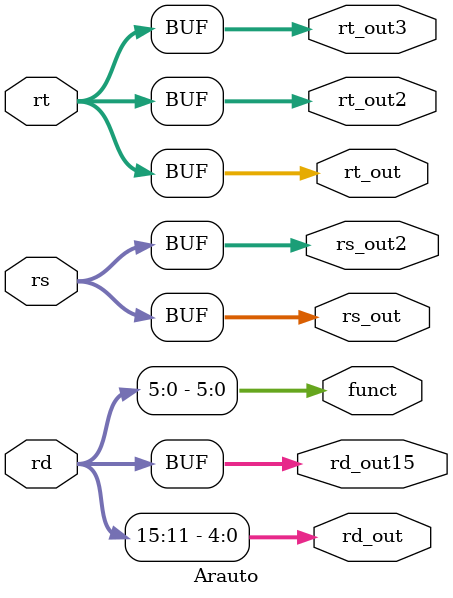
<source format=v>
module Arauto (rs, rt, rd, rs_out, rs_out2, rt_out, rt_out2, rt_out3, rd_out15, rd_out, funct);

input [4:0] rs;
input [4:0] rt;
input [15:0] rd;
output reg [4:0] rs_out;
output reg [4:0] rs_out2;
output reg [4:0] rt_out;
output reg [4:0] rt_out2;
output reg [4:0] rt_out3;
output reg [4:0] rd_out;
output reg [15:0] rd_out15;
output reg [5:0] funct;

always @(1) begin
	rs_out <= rs;
	rs_out2 <= rs;
	rt_out <= rt;
	rt_out2 <= rt;
	rt_out3 <= rt;
	rd_out <= rd[15:11];
	rd_out15 <= rd;
	funct <= rd[5:0];
	
end
endmodule
</source>
